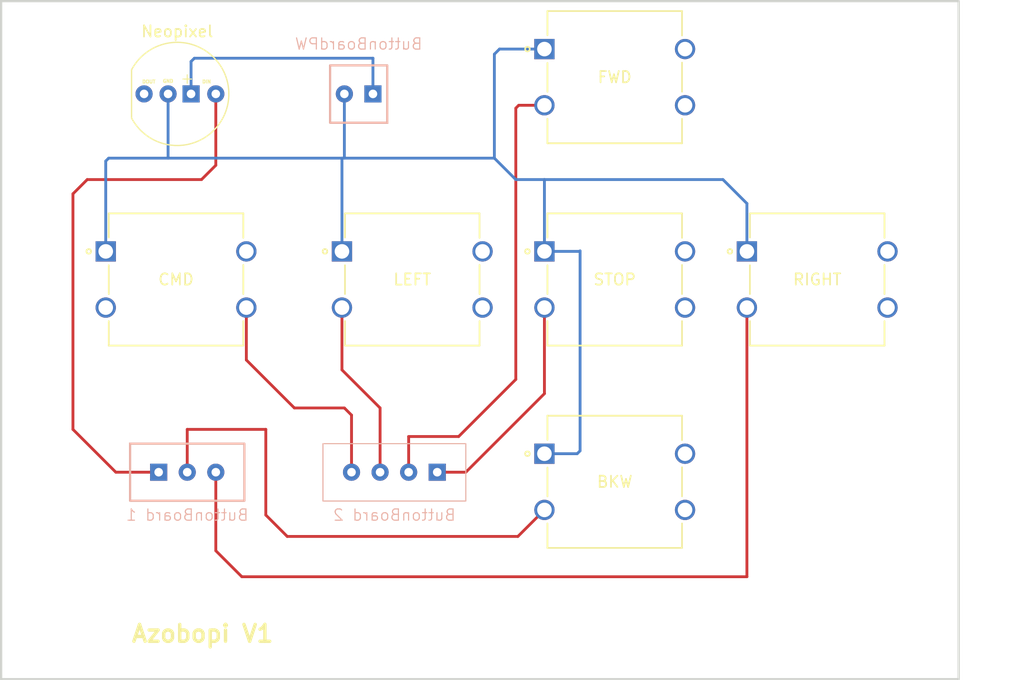
<source format=kicad_pcb>
(kicad_pcb (version 20221018) (generator pcbnew)
  (layers (0 "F.Cu" signal) (31 "B.Cu" signal) (34 "B.Paste" user) (35 "F.Paste" user) (36 "B.SilkS" user "B.Silkscreen") (37 "F.SilkS" user "F.Silkscreen") (38 "B.Mask" user) (39 "F.Mask" user) (44 "Edge.Cuts" user))
  (net 0 "")
  (footprint "MountingHole:MountingHole_2.1mm" (layer "F.Cu") (at 102.87 80.645)
    (fp_text reference "REF**" hide)
    (fp_text value "MountingHole_2.1mm" hide)
    (pad "" np_thru_hole circle (at 0 0) (size 2.1 2.1) (drill 2.1) (layers "F&B.Cu" "*.Mask"))
  )
  (footprint "Custom:COM-10302_SPK" (layer "F.Cu") (at 69.855 27.76)
    (fp_text reference "FWD" (at 6.25 2.5 unlocked) (layer "F.SilkS"))
    (fp_text value "COM-10302_SPK" hide)
    (fp_line (start 0.2683 -3.3801) (end 0.2683 -1.23444) (stroke (width 0.1524)) (layer "F.SilkS"))
    (fp_line (start 0.2683 1.23444) (end 0.2683 3.79507) (stroke (width 0.1524)) (layer "F.SilkS"))
    (fp_line (start 0.2683 6.204931) (end 0.2683 8.3801) (stroke (width 0.1524)) (layer "F.SilkS"))
    (fp_line (start 0.2683 8.3801) (end 12.2317 8.3801) (stroke (width 0.1524)) (layer "F.SilkS"))
    (fp_line (start 12.2317 -3.3801) (end 0.2683 -3.3801) (stroke (width 0.1524)) (layer "F.SilkS"))
    (fp_line (start 12.2317 -1.20493) (end 12.2317 -3.3801) (stroke (width 0.1524)) (layer "F.SilkS"))
    (fp_line (start 12.2317 3.79507) (end 12.2317 1.20493) (stroke (width 0.1524)) (layer "F.SilkS"))
    (fp_line (start 12.2317 8.3801) (end 12.2317 6.204931) (stroke (width 0.1524)) (layer "F.SilkS"))
    (fp_circle (center -1.5097 0) (end -1.3065 0) (stroke (width 0.1524)) (fill none) (layer "F.SilkS"))
    (pad "1" thru_hole rect (at 0 0) (size 1.8034 1.8034) (drill 1.2954) (layers "*.Cu" "*.Mask"))
    (pad "2" thru_hole circle (at 12.5 0) (size 1.8034 1.8034) (drill 1.2954) (layers "*.Cu" "*.Mask"))
    (pad "3" thru_hole circle (at 0 5) (size 1.8034 1.8034) (drill 1.2954) (layers "*.Cu" "*.Mask"))
    (pad "4" thru_hole circle (at 12.5 5) (size 1.8034 1.8034) (drill 1.2954) (layers "*.Cu" "*.Mask"))
  )
  (footprint "Custom:COM-10302_SPK" (layer "F.Cu") (at 30.855 45.76)
    (fp_text reference "CMD" (at 6.25 2.5 unlocked) (layer "F.SilkS"))
    (fp_text value "COM-10302_SPK" hide)
    (fp_line (start 0.2683 -3.3801) (end 0.2683 -1.23444) (stroke (width 0.1524)) (layer "F.SilkS"))
    (fp_line (start 0.2683 1.23444) (end 0.2683 3.79507) (stroke (width 0.1524)) (layer "F.SilkS"))
    (fp_line (start 0.2683 6.204931) (end 0.2683 8.3801) (stroke (width 0.1524)) (layer "F.SilkS"))
    (fp_line (start 0.2683 8.3801) (end 12.2317 8.3801) (stroke (width 0.1524)) (layer "F.SilkS"))
    (fp_line (start 12.2317 -3.3801) (end 0.2683 -3.3801) (stroke (width 0.1524)) (layer "F.SilkS"))
    (fp_line (start 12.2317 -1.20493) (end 12.2317 -3.3801) (stroke (width 0.1524)) (layer "F.SilkS"))
    (fp_line (start 12.2317 3.79507) (end 12.2317 1.20493) (stroke (width 0.1524)) (layer "F.SilkS"))
    (fp_line (start 12.2317 8.3801) (end 12.2317 6.204931) (stroke (width 0.1524)) (layer "F.SilkS"))
    (fp_circle (center -1.5097 0) (end -1.3065 0) (stroke (width 0.1524)) (fill none) (layer "F.SilkS"))
    (pad "1" thru_hole rect (at 0 0) (size 1.8034 1.8034) (drill 1.2954) (layers "*.Cu" "*.Mask"))
    (pad "2" thru_hole circle (at 12.5 0) (size 1.8034 1.8034) (drill 1.2954) (layers "*.Cu" "*.Mask"))
    (pad "3" thru_hole circle (at 0 5) (size 1.8034 1.8034) (drill 1.2954) (layers "*.Cu" "*.Mask"))
    (pad "4" thru_hole circle (at 12.5 5) (size 1.8034 1.8034) (drill 1.2954) (layers "*.Cu" "*.Mask"))
  )
  (footprint "Custom:COM-10302_SPK" (layer "F.Cu") (at 51.855 45.76)
    (fp_text reference "LEFT" (at 6.25 2.5 unlocked) (layer "F.SilkS"))
    (fp_text value "COM-10302_SPK" hide)
    (fp_line (start 0.2683 -3.3801) (end 0.2683 -1.23444) (stroke (width 0.1524)) (layer "F.SilkS"))
    (fp_line (start 0.2683 1.23444) (end 0.2683 3.79507) (stroke (width 0.1524)) (layer "F.SilkS"))
    (fp_line (start 0.2683 6.204931) (end 0.2683 8.3801) (stroke (width 0.1524)) (layer "F.SilkS"))
    (fp_line (start 0.2683 8.3801) (end 12.2317 8.3801) (stroke (width 0.1524)) (layer "F.SilkS"))
    (fp_line (start 12.2317 -3.3801) (end 0.2683 -3.3801) (stroke (width 0.1524)) (layer "F.SilkS"))
    (fp_line (start 12.2317 -1.20493) (end 12.2317 -3.3801) (stroke (width 0.1524)) (layer "F.SilkS"))
    (fp_line (start 12.2317 3.79507) (end 12.2317 1.20493) (stroke (width 0.1524)) (layer "F.SilkS"))
    (fp_line (start 12.2317 8.3801) (end 12.2317 6.204931) (stroke (width 0.1524)) (layer "F.SilkS"))
    (fp_circle (center -1.5097 0) (end -1.3065 0) (stroke (width 0.1524)) (fill none) (layer "F.SilkS"))
    (pad "1" thru_hole rect (at 0 0) (size 1.8034 1.8034) (drill 1.2954) (layers "*.Cu" "*.Mask"))
    (pad "2" thru_hole circle (at 12.5 0) (size 1.8034 1.8034) (drill 1.2954) (layers "*.Cu" "*.Mask"))
    (pad "3" thru_hole circle (at 0 5) (size 1.8034 1.8034) (drill 1.2954) (layers "*.Cu" "*.Mask"))
    (pad "4" thru_hole circle (at 12.5 5) (size 1.8034 1.8034) (drill 1.2954) (layers "*.Cu" "*.Mask"))
  )
  (footprint "MountingHole:MountingHole_6.5mm" (layer "F.Cu") (at 97.155 66.675)
    (fp_text reference "REF**" hide)
    (fp_text value "MountingHole_6.5mm" hide)
    (pad "" np_thru_hole circle (at 0 0) (size 6.5 6.5) (drill 6.5) (layers "F&B.Cu" "*.Mask"))
  )
  (footprint "Custom:Neopixel8mm" (layer "F.Cu") (at 35.94 31.75)
    (fp_text reference "Neopixel" (at 1.27 -5.56) (layer "F.SilkS"))
    (fp_text value "Neopixel8mm" hide)
    (fp_text user "+" (at 1.4732 -0.8128 unlocked) (layer "F.SilkS") (effects (font (thickness 0.1)) (justify left bottom)))
    (fp_text user "DIN" (at 3.4544 -0.9144 unlocked) (layer "F.SilkS") (effects (font (size 0.3 0.3) (thickness 0.075)) (justify left bottom)))
    (fp_text user "DOUT" (at -1.8796 -0.9144 unlocked) (layer "F.SilkS") (effects (font (size 0.3 0.3) (thickness 0.075)) (justify left bottom)))
    (fp_text user "GND" (at -0.0508 -0.9652 unlocked) (layer "F.SilkS") (effects (font (size 0.3 0.3) (thickness 0.075)) (justify left bottom)))
    (fp_line (start -2.79 -2.142) (end -2.79 2.142) (stroke (width 0.12)) (layer "F.SilkS"))
    (fp_arc (start -2.79 -2.141145) (mid 2.373119 -4.455472) (end 5.86 0.000486) (stroke (width 0.12)) (layer "F.SilkS"))
    (fp_arc (start 5.86 -0.000486) (mid 2.373119 4.455472) (end -2.79 2.141145) (stroke (width 0.12)) (layer "F.SilkS"))
    (pad "1" thru_hole circle (at -1.6764 0) (size 1.524 1.524) (drill 0.762) (layers "*.Cu" "*.Mask"))
    (pad "2" thru_hole circle (at 0.4572 0) (size 1.524 1.524) (drill 0.762) (layers "*.Cu" "*.Mask"))
    (pad "3" thru_hole rect (at 2.5 0) (size 1.524 1.524) (drill 0.762) (layers "*.Cu" "*.Mask"))
    (pad "4" thru_hole circle (at 4.7 0) (size 1.524 1.524) (drill 0.762) (layers "*.Cu" "*.Mask"))
  )
  (footprint "Custom:COM-10302_SPK" (layer "F.Cu") (at 69.855 45.76)
    (fp_text reference "STOP" (at 6.25 2.5 unlocked) (layer "F.SilkS"))
    (fp_text value "COM-10302_SPK" hide)
    (fp_line (start 0.2683 -3.3801) (end 0.2683 -1.23444) (stroke (width 0.1524)) (layer "F.SilkS"))
    (fp_line (start 0.2683 1.23444) (end 0.2683 3.79507) (stroke (width 0.1524)) (layer "F.SilkS"))
    (fp_line (start 0.2683 6.204931) (end 0.2683 8.3801) (stroke (width 0.1524)) (layer "F.SilkS"))
    (fp_line (start 0.2683 8.3801) (end 12.2317 8.3801) (stroke (width 0.1524)) (layer "F.SilkS"))
    (fp_line (start 12.2317 -3.3801) (end 0.2683 -3.3801) (stroke (width 0.1524)) (layer "F.SilkS"))
    (fp_line (start 12.2317 -1.20493) (end 12.2317 -3.3801) (stroke (width 0.1524)) (layer "F.SilkS"))
    (fp_line (start 12.2317 3.79507) (end 12.2317 1.20493) (stroke (width 0.1524)) (layer "F.SilkS"))
    (fp_line (start 12.2317 8.3801) (end 12.2317 6.204931) (stroke (width 0.1524)) (layer "F.SilkS"))
    (fp_circle (center -1.5097 0) (end -1.3065 0) (stroke (width 0.1524)) (fill none) (layer "F.SilkS"))
    (pad "1" thru_hole rect (at 0 0) (size 1.8034 1.8034) (drill 1.2954) (layers "*.Cu" "*.Mask"))
    (pad "2" thru_hole circle (at 12.5 0) (size 1.8034 1.8034) (drill 1.2954) (layers "*.Cu" "*.Mask"))
    (pad "3" thru_hole circle (at 0 5) (size 1.8034 1.8034) (drill 1.2954) (layers "*.Cu" "*.Mask"))
    (pad "4" thru_hole circle (at 12.5 5) (size 1.8034 1.8034) (drill 1.2954) (layers "*.Cu" "*.Mask"))
  )
  (footprint "MountingHole:MountingHole_2.1mm" (layer "F.Cu") (at 102.87 26.67)
    (fp_text reference "REF**" hide)
    (fp_text value "MountingHole_2.1mm" hide)
    (pad "" np_thru_hole circle (at 0 0) (size 2.1 2.1) (drill 2.1) (layers "F&B.Cu" "*.Mask"))
  )
  (footprint "MountingHole:MountingHole_2.1mm" (layer "F.Cu") (at 25.4 80.645)
    (fp_text reference "REF**" hide)
    (fp_text value "MountingHole_2.1mm" hide)
    (pad "" np_thru_hole circle (at 0 0) (size 2.1 2.1) (drill 2.1) (layers "F&B.Cu" "*.Mask"))
  )
  (footprint "MountingHole:MountingHole_2.1mm" (layer "F.Cu") (at 25.4 26.67)
    (fp_text reference "REF**" hide)
    (fp_text value "MountingHole_2.1mm" hide)
    (pad "" np_thru_hole circle (at 0 0) (size 2.1 2.1) (drill 2.1) (layers "F&B.Cu" "*.Mask"))
  )
  (footprint "Custom:COM-10302_SPK" (layer "F.Cu") (at 87.855 45.76)
    (fp_text reference "RIGHT" (at 6.25 2.5 unlocked) (layer "F.SilkS"))
    (fp_text value "COM-10302_SPK" hide)
    (fp_line (start 0.2683 -3.3801) (end 0.2683 -1.23444) (stroke (width 0.1524)) (layer "F.SilkS"))
    (fp_line (start 0.2683 1.23444) (end 0.2683 3.79507) (stroke (width 0.1524)) (layer "F.SilkS"))
    (fp_line (start 0.2683 6.204931) (end 0.2683 8.3801) (stroke (width 0.1524)) (layer "F.SilkS"))
    (fp_line (start 0.2683 8.3801) (end 12.2317 8.3801) (stroke (width 0.1524)) (layer "F.SilkS"))
    (fp_line (start 12.2317 -3.3801) (end 0.2683 -3.3801) (stroke (width 0.1524)) (layer "F.SilkS"))
    (fp_line (start 12.2317 -1.20493) (end 12.2317 -3.3801) (stroke (width 0.1524)) (layer "F.SilkS"))
    (fp_line (start 12.2317 3.79507) (end 12.2317 1.20493) (stroke (width 0.1524)) (layer "F.SilkS"))
    (fp_line (start 12.2317 8.3801) (end 12.2317 6.204931) (stroke (width 0.1524)) (layer "F.SilkS"))
    (fp_circle (center -1.5097 0) (end -1.3065 0) (stroke (width 0.1524)) (fill none) (layer "F.SilkS"))
    (pad "1" thru_hole rect (at 0 0) (size 1.8034 1.8034) (drill 1.2954) (layers "*.Cu" "*.Mask"))
    (pad "2" thru_hole circle (at 12.5 0) (size 1.8034 1.8034) (drill 1.2954) (layers "*.Cu" "*.Mask"))
    (pad "3" thru_hole circle (at 0 5) (size 1.8034 1.8034) (drill 1.2954) (layers "*.Cu" "*.Mask"))
    (pad "4" thru_hole circle (at 12.5 5) (size 1.8034 1.8034) (drill 1.2954) (layers "*.Cu" "*.Mask"))
  )
  (footprint "Custom:COM-10302_SPK" (layer "F.Cu") (at 69.855 63.76)
    (fp_text reference "BKW" (at 6.25 2.5 unlocked) (layer "F.SilkS"))
    (fp_text value "COM-10302_SPK" hide)
    (fp_line (start 0.2683 -3.3801) (end 0.2683 -1.23444) (stroke (width 0.1524)) (layer "F.SilkS"))
    (fp_line (start 0.2683 1.23444) (end 0.2683 3.79507) (stroke (width 0.1524)) (layer "F.SilkS"))
    (fp_line (start 0.2683 6.204931) (end 0.2683 8.3801) (stroke (width 0.1524)) (layer "F.SilkS"))
    (fp_line (start 0.2683 8.3801) (end 12.2317 8.3801) (stroke (width 0.1524)) (layer "F.SilkS"))
    (fp_line (start 12.2317 -3.3801) (end 0.2683 -3.3801) (stroke (width 0.1524)) (layer "F.SilkS"))
    (fp_line (start 12.2317 -1.20493) (end 12.2317 -3.3801) (stroke (width 0.1524)) (layer "F.SilkS"))
    (fp_line (start 12.2317 3.79507) (end 12.2317 1.20493) (stroke (width 0.1524)) (layer "F.SilkS"))
    (fp_line (start 12.2317 8.3801) (end 12.2317 6.204931) (stroke (width 0.1524)) (layer "F.SilkS"))
    (fp_circle (center -1.5097 0) (end -1.3065 0) (stroke (width 0.1524)) (fill none) (layer "F.SilkS"))
    (pad "1" thru_hole rect (at 0 0) (size 1.8034 1.8034) (drill 1.2954) (layers "*.Cu" "*.Mask"))
    (pad "2" thru_hole circle (at 12.5 0) (size 1.8034 1.8034) (drill 1.2954) (layers "*.Cu" "*.Mask"))
    (pad "3" thru_hole circle (at 0 5) (size 1.8034 1.8034) (drill 1.2954) (layers "*.Cu" "*.Mask"))
    (pad "4" thru_hole circle (at 12.5 5) (size 1.8034 1.8034) (drill 1.2954) (layers "*.Cu" "*.Mask"))
  )
  (footprint "Custom:jst-xh4x_2.54" (layer "B.Cu") (at 55.245 67.945 90)
    (fp_text reference "ButtonBoard 2" (at -1.27 1.27 unlocked) (layer "B.SilkS") (effects (font (thickness 0.1)) (justify mirror)))
    (fp_text value "jst-xh4X_2.54" hide)
    (fp_rect (start -0.0254 7.62) (end 5.08 -5.08) (stroke (width 0.1)) (fill none) (layer "B.SilkS"))
    (pad "1" thru_hole rect (at 2.54 5.08 90) (size 1.524 1.524) (drill 0.762) (layers "*.Cu" "*.Mask"))
    (pad "2" thru_hole circle (at 2.54 2.54 90) (size 1.524 1.524) (drill 0.762) (layers "*.Cu" "*.Mask"))
    (pad "3" thru_hole circle (at 2.54 0 90) (size 1.524 1.524) (drill 0.762) (layers "*.Cu" "*.Mask"))
    (pad "4" thru_hole circle (at 2.54 -2.54 90) (size 1.524 1.524) (drill 0.762) (layers "*.Cu" "*.Mask"))
  )
  (footprint "Custom:jst-xh2x_2.54" (layer "B.Cu") (at 53.34 31.75 90)
    (fp_text reference "ButtonBoardPW" (at 4.445 0 unlocked) (layer "B.SilkS") (effects (font (thickness 0.1)) (justify mirror)))
    (fp_text value "jst-xh2x_2.54" hide)
    (fp_rect (start -2.5654 2.54) (end 2.54 -2.54) (stroke (width 0.2)) (fill none) (layer "B.SilkS"))
    (pad "1" thru_hole rect (at 0 1.27 90) (size 1.524 1.524) (drill 0.762) (layers "*.Cu" "*.Mask"))
    (pad "2" thru_hole circle (at 0 -1.27 90) (size 1.524 1.524) (drill 0.762) (layers "*.Cu" "*.Mask"))
  )
  (footprint "Custom:jst-xh3x_2.54" (layer "B.Cu") (at 40.64 62.865 -90)
    (fp_text reference "ButtonBoard 1" (at 6.35 2.54 unlocked) (layer "B.SilkS") (effects (font (thickness 0.1)) (justify mirror)))
    (fp_text value "jst-xh3x_2.54" hide)
    (fp_rect (start 0 7.62) (end 5.08 -2.54) (stroke (width 0.2)) (fill none) (layer "B.SilkS"))
    (pad "1" thru_hole rect (at 2.54 5.08 270) (size 1.524 1.524) (drill 0.762) (layers "*.Cu" "*.Mask"))
    (pad "2" thru_hole circle (at 2.54 2.54 270) (size 1.524 1.524) (drill 0.762) (layers "*.Cu" "*.Mask"))
    (pad "3" thru_hole circle (at 2.54 0 270) (size 1.524 1.524) (drill 0.762) (layers "*.Cu" "*.Mask"))
  )
  (gr_rect (start 112.395 26.035) (end 112.395 26.035) (stroke (width 0.2)) (fill none) (layer "F.Cu"))
  (gr_rect (start 21.555 23.495) (end 106.68 83.82) (stroke (width 0.2)) (fill none) (layer "Edge.Cuts"))
  (gr_text "Azobopi V1" (at 33.02 80.645) (layer "F.SilkS") (effects (font (size 1.5 1.5) (thickness 0.3) bold) (justify left bottom)))
  (segment (start 69.855 58.415) (end 62.865 65.405) (width 0.25) (layer "F.Cu") (net 0))
  (segment (start 31.75 65.405) (end 35.56 65.405) (width 0.25) (layer "F.Cu") (net 0))
  (segment (start 47.625 59.69) (end 52.07 59.69) (width 0.25) (layer "F.Cu") (net 0))
  (segment (start 39.37 39.37) (end 29.21 39.37) (width 0.25) (layer "F.Cu") (net 0))
  (segment (start 62.865 65.405) (end 60.325 65.405) (width 0.25) (layer "F.Cu") (net 0))
  (segment (start 51.855 56.3) (end 55.245 59.69) (width 0.25) (layer "F.Cu") (net 0))
  (segment (start 67.31 57.15) (end 67.31 33.02) (width 0.25) (layer "F.Cu") (net 0))
  (segment (start 67.57 32.76) (end 69.855 32.76) (width 0.25) (layer "F.Cu") (net 0))
  (segment (start 45.085 61.595) (end 38.1 61.595) (width 0.25) (layer "F.Cu") (net 0))
  (segment (start 38.1 61.595) (end 38.1 65.405) (width 0.25) (layer "F.Cu") (net 0))
  (segment (start 40.64 72.39) (end 40.64 65.405) (width 0.25) (layer "F.Cu") (net 0))
  (segment (start 27.94 61.595) (end 31.75 65.405) (width 0.25) (layer "F.Cu") (net 0))
  (segment (start 42.955 74.705) (end 40.64 72.39) (width 0.25) (layer "F.Cu") (net 0))
  (segment (start 87.855 74.705) (end 42.955 74.705) (width 0.25) (layer "F.Cu") (net 0))
  (segment (start 45.085 69.215) (end 45.085 61.595) (width 0.25) (layer "F.Cu") (net 0))
  (segment (start 87.855 74.705) (end 87.855 50.76) (width 0.25) (layer "F.Cu") (net 0))
  (segment (start 40.64 31.75) (end 40.64 38.1) (width 0.25) (layer "F.Cu") (net 0))
  (segment (start 40.64 38.1) (end 39.37 39.37) (width 0.25) (layer "F.Cu") (net 0))
  (segment (start 43.355 55.42) (end 47.625 59.69) (width 0.25) (layer "F.Cu") (net 0))
  (segment (start 43.355 50.76) (end 43.355 55.42) (width 0.25) (layer "F.Cu") (net 0))
  (segment (start 67.31 33.02) (end 67.57 32.76) (width 0.25) (layer "F.Cu") (net 0))
  (segment (start 69.855 68.76) (end 67.495 71.12) (width 0.25) (layer "F.Cu") (net 0))
  (segment (start 51.855 50.76) (end 51.855 56.3) (width 0.25) (layer "F.Cu") (net 0))
  (segment (start 29.21 39.37) (end 27.94 40.64) (width 0.25) (layer "F.Cu") (net 0))
  (segment (start 46.99 71.12) (end 45.085 69.215) (width 0.25) (layer "F.Cu") (net 0))
  (segment (start 52.07 59.69) (end 52.705 60.325) (width 0.25) (layer "F.Cu") (net 0))
  (segment (start 67.495 71.12) (end 46.99 71.12) (width 0.25) (layer "F.Cu") (net 0))
  (segment (start 62.23 62.23) (end 67.31 57.15) (width 0.25) (layer "F.Cu") (net 0))
  (segment (start 57.785 62.23) (end 62.23 62.23) (width 0.25) (layer "F.Cu") (net 0))
  (segment (start 55.245 59.69) (end 55.245 65.405) (width 0.25) (layer "F.Cu") (net 0))
  (segment (start 69.855 50.76) (end 69.855 58.415) (width 0.25) (layer "F.Cu") (net 0))
  (segment (start 57.785 65.405) (end 57.785 62.23) (width 0.25) (layer "F.Cu") (net 0))
  (segment (start 27.94 40.64) (end 27.94 61.595) (width 0.25) (layer "F.Cu") (net 0))
  (segment (start 52.705 60.325) (end 52.705 65.405) (width 0.25) (layer "F.Cu") (net 0))
  (segment (start 85.725 39.37) (end 67.31 39.37) (width 0.25) (layer "B.Cu") (net 0))
  (segment (start 69.855 27.76) (end 65.86 27.76) (width 0.25) (layer "B.Cu") (net 0))
  (segment (start 65.86 27.76) (end 65.405 28.215) (width 0.25) (layer "B.Cu") (net 0))
  (segment (start 54.61 31.75) (end 54.61 28.575) (width 0.25) (layer "B.Cu") (net 0))
  (segment (start 65.405 28.215) (end 65.405 37.465) (width 0.25) (layer "B.Cu") (net 0))
  (segment (start 87.855 45.76) (end 87.855 41.5) (width 0.25) (layer "B.Cu") (net 0))
  (segment (start 38.44 28.87) (end 38.44 31.75) (width 0.25) (layer "B.Cu") (net 0))
  (segment (start 54.61 28.575) (end 38.735 28.575) (width 0.25) (layer "B.Cu") (net 0))
  (segment (start 51.855 45.76) (end 51.855 37.465) (width 0.25) (layer "B.Cu") (net 0))
  (segment (start 73.025 45.72) (end 72.985 45.76) (width 0.25) (layer "B.Cu") (net 0))
  (segment (start 87.855 41.5) (end 85.725 39.37) (width 0.25) (layer "B.Cu") (net 0))
  (segment (start 72.985 45.76) (end 69.855 45.76) (width 0.25) (layer "B.Cu") (net 0))
  (segment (start 52.07 31.75) (end 52.07 37.465) (width 0.25) (layer "B.Cu") (net 0))
  (segment (start 38.735 28.575) (end 38.44 28.87) (width 0.25) (layer "B.Cu") (net 0))
  (segment (start 69.855 45.76) (end 69.855 39.375) (width 0.25) (layer "B.Cu") (net 0))
  (segment (start 73.025 63.5) (end 73.025 45.72) (width 0.25) (layer "B.Cu") (net 0))
  (segment (start 65.405 37.465) (end 31.115 37.465) (width 0.25) (layer "B.Cu") (net 0))
  (segment (start 72.765 63.76) (end 73.025 63.5) (width 0.25) (layer "B.Cu") (net 0))
  (segment (start 31.115 37.465) (end 30.855 37.725) (width 0.25) (layer "B.Cu") (net 0))
  (segment (start 69.855 39.375) (end 69.85 39.37) (width 0.25) (layer "B.Cu") (net 0))
  (segment (start 36.3972 37.465) (end 36.3972 31.75) (width 0.25) (layer "B.Cu") (net 0))
  (segment (start 69.855 63.76) (end 72.765 63.76) (width 0.25) (layer "B.Cu") (net 0))
  (segment (start 30.855 37.725) (end 30.855 45.76) (width 0.25) (layer "B.Cu") (net 0))
  (segment (start 67.31 39.37) (end 65.405 37.465) (width 0.25) (layer "B.Cu") (net 0))
)
</source>
